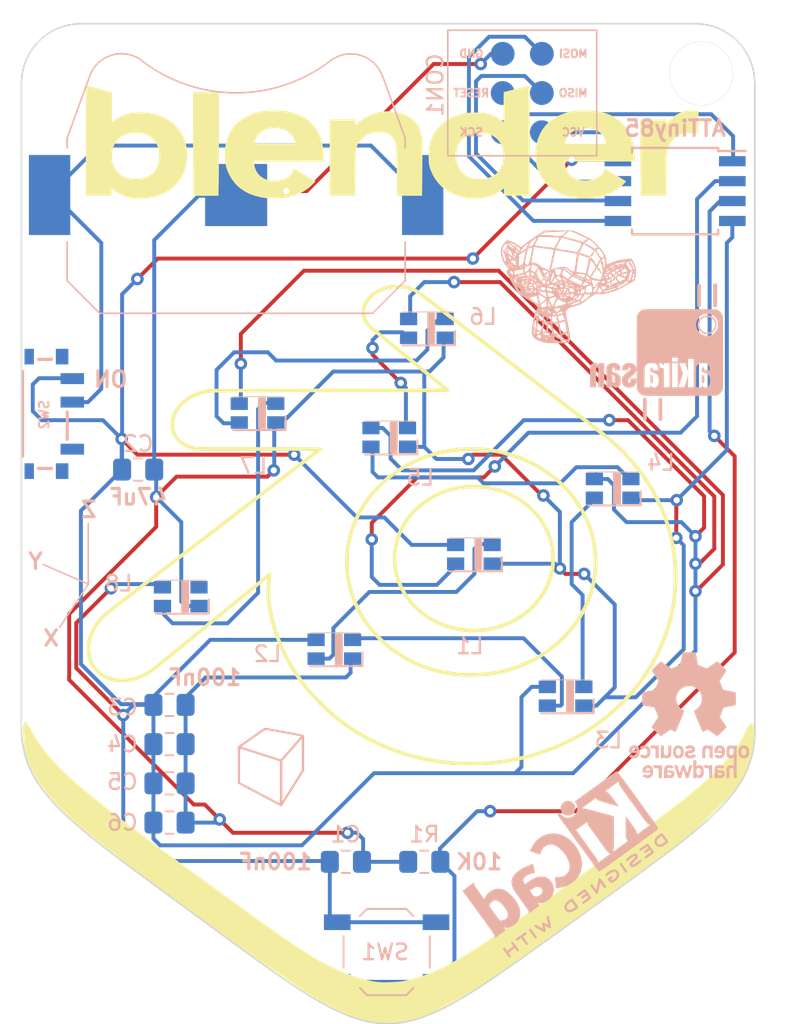
<source format=kicad_pcb>
(kicad_pcb (version 20171130) (host pcbnew 5.1.7-a382d34a8~87~ubuntu20.04.1)
  (layers (0 F.Cu signal) (31 B.Cu signal) (34 B.Paste user) (35 F.Paste user) (36 B.SilkS user) (37 F.SilkS user hide) (38 B.Mask user) (39 F.Mask user) (44 Edge.Cuts user))
  (net 0 "")
  (net 1 GND)
  (net 2 +3V3)
  (net 3 VCC)
  (net 4 PB1)
  (net 5 PB2)
  (net 6 PB0)
  (net 7 RESET)
  (net 8 PB3)
  (net 9 "Net-(L1-Pad1)")
  (net 10 "Net-(L2-Pad1)")
  (net 11 "Net-(L3-Pad1)")
  (net 12 "Net-(L4-Pad1)")
  (net 13 "Net-(L5-Pad1)")
  (net 14 "Net-(L6-Pad1)")
  (net 15 "Net-(L7-Pad1)")
  (net 16 PB4)
  (module blender_badges:xyz (layer B.Cu) (at 94.6 63.9 180)
    (fp_text reference Ref** hide)
    (fp_text value Val** hide)
  )
  (module blender_badges:blender_community_badge (layer F.Cu) (at 114.2 60.2)
    (fp_text reference Ref** hide)
    (fp_text value Val** hide)
    (fp_line (start -19.5871 -31.87156) (end -19.5871 -31.87157) (layer Edge.Cuts) (width 0.1))
    (fp_line (start 19.5734 -31.87156) (end -19.5871 -31.87156) (layer Edge.Cuts) (width 0.1))
    (fp_line (start 19.964 -31.85197) (end 19.5734 -31.87156) (layer Edge.Cuts) (width 0.1))
    (fp_line (start 20.3431 -31.79445) (end 19.964 -31.85197) (layer Edge.Cuts) (width 0.1))
    (fp_line (start 20.7087 -31.70089) (end 20.3431 -31.79445) (layer Edge.Cuts) (width 0.1))
    (fp_line (start 21.0591 -31.57316) (end 20.7087 -31.70089) (layer Edge.Cuts) (width 0.1))
    (fp_line (start 21.3922 -31.41317) (end 21.0591 -31.57316) (layer Edge.Cuts) (width 0.1))
    (fp_line (start 21.7063 -31.22278) (end 21.3922 -31.41317) (layer Edge.Cuts) (width 0.1))
    (fp_line (start 21.9995 -31.0039) (end 21.7063 -31.22278) (layer Edge.Cuts) (width 0.1))
    (fp_line (start 22.2698 -30.75839) (end 21.9995 -31.0039) (layer Edge.Cuts) (width 0.1))
    (fp_line (start 22.5153 -30.48816) (end 22.2698 -30.75839) (layer Edge.Cuts) (width 0.1))
    (fp_line (start 22.7343 -30.19507) (end 22.5153 -30.48816) (layer Edge.Cuts) (width 0.1))
    (fp_line (start 22.9247 -29.88103) (end 22.7343 -30.19507) (layer Edge.Cuts) (width 0.1))
    (fp_line (start 23.0847 -29.54791) (end 22.9247 -29.88103) (layer Edge.Cuts) (width 0.1))
    (fp_line (start 23.2125 -29.1976) (end 23.0847 -29.54791) (layer Edge.Cuts) (width 0.1))
    (fp_line (start 23.3061 -28.83199) (end 23.2125 -29.1976) (layer Edge.Cuts) (width 0.1))
    (fp_line (start 23.3636 -28.45295) (end 23.3061 -28.83199) (layer Edge.Cuts) (width 0.1))
    (fp_line (start 23.3832 -28.06238) (end 23.3636 -28.45295) (layer Edge.Cuts) (width 0.1))
    (fp_line (start 23.3832 -25.47401) (end 23.3832 -28.06238) (layer Edge.Cuts) (width 0.1))
    (fp_line (start 23.3832 10.0421) (end 23.3832 -25.47401) (layer Edge.Cuts) (width 0.1))
    (fp_line (start 23.3956 10.5104) (end 23.3832 10.0421) (layer Edge.Cuts) (width 0.1))
    (fp_line (start 23.3832 10.9604) (end 23.3956 10.5104) (layer Edge.Cuts) (width 0.1))
    (fp_line (start 23.3832 12.6299) (end 23.3832 10.9604) (layer Edge.Cuts) (width 0.1))
    (fp_line (start 23.3962 13.0401) (end 23.3832 12.6299) (layer Edge.Cuts) (width 0.1))
    (fp_line (start 23.3905 13.4362) (end 23.3962 13.0401) (layer Edge.Cuts) (width 0.1))
    (fp_line (start 23.3656 13.8193) (end 23.3905 13.4362) (layer Edge.Cuts) (width 0.1))
    (fp_line (start 23.3211 14.1908) (end 23.3656 13.8193) (layer Edge.Cuts) (width 0.1))
    (fp_line (start 23.2567 14.5519) (end 23.3211 14.1908) (layer Edge.Cuts) (width 0.1))
    (fp_line (start 23.1718 14.9037) (end 23.2567 14.5519) (layer Edge.Cuts) (width 0.1))
    (fp_line (start 23.0661 15.2476) (end 23.1718 14.9037) (layer Edge.Cuts) (width 0.1))
    (fp_line (start 22.9393 15.5848) (end 23.0661 15.2476) (layer Edge.Cuts) (width 0.1))
    (fp_line (start 22.7908 15.9164) (end 22.9393 15.5848) (layer Edge.Cuts) (width 0.1))
    (fp_line (start 22.6203 16.2438) (end 22.7908 15.9164) (layer Edge.Cuts) (width 0.1))
    (fp_line (start 22.4273 16.5681) (end 22.6203 16.2438) (layer Edge.Cuts) (width 0.1))
    (fp_line (start 22.2115 16.8907) (end 22.4273 16.5681) (layer Edge.Cuts) (width 0.1))
    (fp_line (start 21.9725 17.2126) (end 22.2115 16.8907) (layer Edge.Cuts) (width 0.1))
    (fp_line (start 21.7098 17.5353) (end 21.9725 17.2126) (layer Edge.Cuts) (width 0.1))
    (fp_line (start 21.1117 18.1875) (end 21.7098 17.5353) (layer Edge.Cuts) (width 0.1))
    (fp_line (start 20.4141 18.8572) (end 21.1117 18.1875) (layer Edge.Cuts) (width 0.1))
    (fp_line (start 19.6136 19.5543) (end 20.4141 18.8572) (layer Edge.Cuts) (width 0.1))
    (fp_line (start 18.707 20.2885) (end 19.6136 19.5543) (layer Edge.Cuts) (width 0.1))
    (fp_line (start 17.691 21.0699) (end 18.707 20.2885) (layer Edge.Cuts) (width 0.1))
    (fp_line (start 15.3177 22.8135) (end 17.691 21.0699) (layer Edge.Cuts) (width 0.1))
    (fp_line (start 12.4675 24.8639) (end 15.3177 22.8135) (layer Edge.Cuts) (width 0.1))
    (fp_line (start 10.1862 26.5091) (end 12.4675 24.8639) (layer Edge.Cuts) (width 0.1))
    (fp_line (start 8.1899 27.9349) (end 10.1862 26.5091) (layer Edge.Cuts) (width 0.1))
    (fp_line (start 6.4379 29.1411) (end 8.1899 27.9349) (layer Edge.Cuts) (width 0.1))
    (fp_line (start 5.6409 29.6617) (end 6.4379 29.1411) (layer Edge.Cuts) (width 0.1))
    (fp_line (start 4.8897 30.1274) (end 5.6409 29.6617) (layer Edge.Cuts) (width 0.1))
    (fp_line (start 4.1793 30.5382) (end 4.8897 30.1274) (layer Edge.Cuts) (width 0.1))
    (fp_line (start 3.5047 30.8938) (end 4.1793 30.5382) (layer Edge.Cuts) (width 0.1))
    (fp_line (start 2.8607 31.1945) (end 3.5047 30.8938) (layer Edge.Cuts) (width 0.1))
    (fp_line (start 2.2424 31.4401) (end 2.8607 31.1945) (layer Edge.Cuts) (width 0.1))
    (fp_line (start 1.6445 31.6306) (end 2.2424 31.4401) (layer Edge.Cuts) (width 0.1))
    (fp_line (start 1.0621 31.7661) (end 1.6445 31.6306) (layer Edge.Cuts) (width 0.1))
    (fp_line (start 0.4901 31.8463) (end 1.0621 31.7661) (layer Edge.Cuts) (width 0.1))
    (fp_line (start -0.0767 31.8715) (end 0.4901 31.8463) (layer Edge.Cuts) (width 0.1))
    (fp_line (start -0.6431 31.8415) (end -0.0767 31.8715) (layer Edge.Cuts) (width 0.1))
    (fp_line (start -1.2145 31.7563) (end -0.6431 31.8415) (layer Edge.Cuts) (width 0.1))
    (fp_line (start -1.7957 31.6159) (end -1.2145 31.7563) (layer Edge.Cuts) (width 0.1))
    (fp_line (start -2.3919 31.4202) (end -1.7957 31.6159) (layer Edge.Cuts) (width 0.1))
    (fp_line (start -3.0081 31.1694) (end -2.3919 31.4202) (layer Edge.Cuts) (width 0.1))
    (fp_line (start -3.6495 30.8632) (end -3.0081 31.1694) (layer Edge.Cuts) (width 0.1))
    (fp_line (start -4.3211 30.5018) (end -3.6495 30.8632) (layer Edge.Cuts) (width 0.1))
    (fp_line (start -5.0279 30.085) (end -4.3211 30.5018) (layer Edge.Cuts) (width 0.1))
    (fp_line (start -5.7751 29.6129) (end -5.0279 30.085) (layer Edge.Cuts) (width 0.1))
    (fp_line (start -6.5676 29.0854) (end -5.7751 29.6129) (layer Edge.Cuts) (width 0.1))
    (fp_line (start -8.3092 27.8643) (end -6.5676 29.0854) (layer Edge.Cuts) (width 0.1))
    (fp_line (start -10.2933 26.4215) (end -8.3092 27.8643) (layer Edge.Cuts) (width 0.1))
    (fp_line (start -12.5604 24.7568) (end -10.2933 26.4215) (layer Edge.Cuts) (width 0.1))
    (fp_line (start -15.0539 22.9312) (end -12.5604 24.7568) (layer Edge.Cuts) (width 0.1))
    (fp_line (start -17.1853 21.3491) (end -15.0539 22.9312) (layer Edge.Cuts) (width 0.1))
    (fp_line (start -18.1205 20.6331) (end -17.1853 21.3491) (layer Edge.Cuts) (width 0.1))
    (fp_line (start -18.9714 19.9583) (end -18.1205 20.6331) (layer Edge.Cuts) (width 0.1))
    (fp_line (start -19.7403 19.3183) (end -18.9714 19.9583) (layer Edge.Cuts) (width 0.1))
    (fp_line (start -20.4293 18.7065) (end -19.7403 19.3183) (layer Edge.Cuts) (width 0.1))
    (fp_line (start -21.0403 18.1163) (end -20.4293 18.7065) (layer Edge.Cuts) (width 0.1))
    (fp_line (start -21.5757 17.5413) (end -21.0403 18.1163) (layer Edge.Cuts) (width 0.1))
    (fp_line (start -22.0373 16.9749) (end -21.5757 17.5413) (layer Edge.Cuts) (width 0.1))
    (fp_line (start -22.4275 16.4106) (end -22.0373 16.9749) (layer Edge.Cuts) (width 0.1))
    (fp_line (start -22.74822 15.8417) (end -22.4275 16.4106) (layer Edge.Cuts) (width 0.1))
    (fp_line (start -23.00165 15.2619) (end -22.74822 15.8417) (layer Edge.Cuts) (width 0.1))
    (fp_line (start -23.18988 14.6646) (end -23.00165 15.2619) (layer Edge.Cuts) (width 0.1))
    (fp_line (start -23.31503 14.0431) (end -23.18988 14.6646) (layer Edge.Cuts) (width 0.1))
    (fp_line (start -23.33427 13.9361) (end -23.31503 14.0431) (layer Edge.Cuts) (width 0.1))
    (fp_line (start -23.34392 13.8597) (end -23.33427 13.9361) (layer Edge.Cuts) (width 0.1))
    (fp_line (start -23.38219 13.5612) (end -23.34392 13.8597) (layer Edge.Cuts) (width 0.1))
    (fp_line (start -23.39625 13.2559) (end -23.38219 13.5612) (layer Edge.Cuts) (width 0.1))
    (fp_line (start -23.39625 10.6675) (end -23.39625 13.2559) (layer Edge.Cuts) (width 0.1))
    (fp_line (start -23.39625 -25.47402) (end -23.39625 10.6675) (layer Edge.Cuts) (width 0.1))
    (fp_line (start -23.39625 -28.06239) (end -23.39625 -25.47402) (layer Edge.Cuts) (width 0.1))
    (fp_line (start -23.37665 -28.45296) (end -23.39625 -28.06239) (layer Edge.Cuts) (width 0.1))
    (fp_line (start -23.31913 -28.83199) (end -23.37665 -28.45296) (layer Edge.Cuts) (width 0.1))
    (fp_line (start -23.22556 -29.19761) (end -23.31913 -28.83199) (layer Edge.Cuts) (width 0.1))
    (fp_line (start -23.09784 -29.54792) (end -23.22556 -29.19761) (layer Edge.Cuts) (width 0.1))
    (fp_line (start -22.93784 -29.88104) (end -23.09784 -29.54792) (layer Edge.Cuts) (width 0.1))
    (fp_line (start -22.74746 -30.19508) (end -22.93784 -29.88104) (layer Edge.Cuts) (width 0.1))
    (fp_line (start -22.52857 -30.48816) (end -22.74746 -30.19508) (layer Edge.Cuts) (width 0.1))
    (fp_line (start -22.2831 -30.7584) (end -22.52857 -30.48816) (layer Edge.Cuts) (width 0.1))
    (fp_line (start -22.0128 -31.0039) (end -22.2831 -30.7584) (layer Edge.Cuts) (width 0.1))
    (fp_line (start -21.7198 -31.22279) (end -22.0128 -31.0039) (layer Edge.Cuts) (width 0.1))
    (fp_line (start -21.4057 -31.41317) (end -21.7198 -31.22279) (layer Edge.Cuts) (width 0.1))
    (fp_line (start -21.0726 -31.57317) (end -21.4057 -31.41317) (layer Edge.Cuts) (width 0.1))
    (fp_line (start -20.7223 -31.70089) (end -21.0726 -31.57317) (layer Edge.Cuts) (width 0.1))
    (fp_line (start -20.3567 -31.79446) (end -20.7223 -31.70089) (layer Edge.Cuts) (width 0.1))
    (fp_line (start -19.9776 -31.85198) (end -20.3567 -31.79446) (layer Edge.Cuts) (width 0.1))
    (fp_line (start -19.5871 -31.87157) (end -19.9776 -31.85198) (layer Edge.Cuts) (width 0.1))
    (pad 1 thru_hole circle (at 19.966366 -28.698328) (size 4.049867 4.049867) (drill 4.049867) (layers *.Cu *.Mask))
  )
  (module blender_badges:suzannie (layer B.Cu) (at 125.7 45.1 180)
    (fp_text reference Ref** hide)
    (fp_text value Val** hide)
  )
  (module blender_badges:cube (layer B.Cu) (at 106.65 75.2 180)
    (fp_text reference Ref** hide)
    (fp_text value Val** hide)
  )
  (module MisFootprints:akirasan_logo_inv (layer B.Cu) (at 132.2 48.2 180)
    (fp_text reference Ref** hide)
    (fp_text value Val** hide)
  )
  (module Symbol:KiCad-Logo2_5mm_SilkScreen (layer B.Cu) (at 125.25 81.75 216)
    (fp_text reference REF** hide)
    (fp_text value KiCad-Logo2_5mm_SilkScreen hide)
  )
  (module Symbol:OSHW-Logo_7.5x8mm_SilkScreen (layer B.Cu) (at 133.4 72.4 180)
    (fp_text reference REF** hide)
    (fp_text value OSHW-Logo_7.5x8mm_SilkScreen hide)
  )
  (module MisFootprints:ws2812_2020 (layer B.Cu) (at 119.4 62.2)
    (fp_text reference L1 (at 0 5.8) (layer B.SilkS) (effects (justify mirror)))
    (fp_text value ws2812_2020)
    (pad 3 smd rect (at -0.9 0.55) (size 1.1 0.8) (layers B.Cu B.Paste B.Mask) (net 8 PB3))
    (pad 2 smd rect (at 1.43 0.55) (size 1.1 0.8) (layers B.Cu B.Paste B.Mask) (net 1 GND))
    (pad 1 smd rect (at 1.43 -0.65) (size 1.1 0.8) (layers B.Cu B.Paste B.Mask) (net 9 "Net-(L1-Pad1)"))
    (pad 4 smd rect (at -0.9 -0.65) (size 1.1 0.8) (layers B.Cu B.Paste B.Mask) (net 3 VCC))
  )
  (module MisFootprints:ws2812_2020 (layer B.Cu) (at 110.5 68.25)
    (fp_text reference L2 (at -4 0.25) (layer B.SilkS) (effects (justify mirror)))
    (fp_text value ws2812_2020)
    (pad 3 smd rect (at -0.9 0.55) (size 1.1 0.8) (layers B.Cu B.Paste B.Mask) (net 9 "Net-(L1-Pad1)"))
    (pad 2 smd rect (at 1.43 0.55) (size 1.1 0.8) (layers B.Cu B.Paste B.Mask) (net 1 GND))
    (pad 1 smd rect (at 1.43 -0.65) (size 1.1 0.8) (layers B.Cu B.Paste B.Mask) (net 10 "Net-(L2-Pad1)"))
    (pad 4 smd rect (at -0.9 -0.65) (size 1.1 0.8) (layers B.Cu B.Paste B.Mask) (net 3 VCC))
  )
  (module MisFootprints:ws2812_2020 (layer B.Cu) (at 125.25 71.25)
    (fp_text reference L3 (at 3 2.75) (layer B.SilkS) (effects (justify mirror)))
    (fp_text value ws2812_2020)
    (pad 3 smd rect (at -0.9 0.55) (size 1.1 0.8) (layers B.Cu B.Paste B.Mask) (net 10 "Net-(L2-Pad1)"))
    (pad 2 smd rect (at 1.43 0.55) (size 1.1 0.8) (layers B.Cu B.Paste B.Mask) (net 1 GND))
    (pad 1 smd rect (at 1.43 -0.65) (size 1.1 0.8) (layers B.Cu B.Paste B.Mask) (net 11 "Net-(L3-Pad1)"))
    (pad 4 smd rect (at -0.9 -0.65) (size 1.1 0.8) (layers B.Cu B.Paste B.Mask) (net 3 VCC))
  )
  (module MisFootprints:ws2812_2020 (layer B.Cu) (at 128.25 58)
    (fp_text reference L4 (at 3.35 -1.7) (layer B.SilkS) (effects (justify mirror)))
    (fp_text value ws2812_2020)
    (pad 3 smd rect (at -0.9 0.55) (size 1.1 0.8) (layers B.Cu B.Paste B.Mask) (net 11 "Net-(L3-Pad1)"))
    (pad 2 smd rect (at 1.43 0.55) (size 1.1 0.8) (layers B.Cu B.Paste B.Mask) (net 1 GND))
    (pad 1 smd rect (at 1.43 -0.65) (size 1.1 0.8) (layers B.Cu B.Paste B.Mask) (net 12 "Net-(L4-Pad1)"))
    (pad 4 smd rect (at -0.9 -0.65) (size 1.1 0.8) (layers B.Cu B.Paste B.Mask) (net 3 VCC))
  )
  (module MisFootprints:ws2812_2020 (layer B.Cu) (at 114 54.75)
    (fp_text reference L5 (at 2.25 2.5) (layer B.SilkS) (effects (justify mirror)))
    (fp_text value ws2812_2020)
    (pad 3 smd rect (at -0.9 0.55) (size 1.1 0.8) (layers B.Cu B.Paste B.Mask) (net 12 "Net-(L4-Pad1)"))
    (pad 2 smd rect (at 1.43 0.55) (size 1.1 0.8) (layers B.Cu B.Paste B.Mask) (net 1 GND))
    (pad 1 smd rect (at 1.43 -0.65) (size 1.1 0.8) (layers B.Cu B.Paste B.Mask) (net 13 "Net-(L5-Pad1)"))
    (pad 4 smd rect (at -0.9 -0.65) (size 1.1 0.8) (layers B.Cu B.Paste B.Mask) (net 3 VCC))
  )
  (module MisFootprints:ws2812_2020 (layer B.Cu) (at 116.4 47.8)
    (fp_text reference L6 (at 3.85 -0.8) (layer B.SilkS) (effects (justify mirror)))
    (fp_text value ws2812_2020)
    (pad 3 smd rect (at -0.9 0.55) (size 1.1 0.8) (layers B.Cu B.Paste B.Mask) (net 13 "Net-(L5-Pad1)"))
    (pad 2 smd rect (at 1.43 0.55) (size 1.1 0.8) (layers B.Cu B.Paste B.Mask) (net 1 GND))
    (pad 1 smd rect (at 1.43 -0.65) (size 1.1 0.8) (layers B.Cu B.Paste B.Mask) (net 14 "Net-(L6-Pad1)"))
    (pad 4 smd rect (at -0.9 -0.65) (size 1.1 0.8) (layers B.Cu B.Paste B.Mask) (net 3 VCC))
  )
  (module MisFootprints:ws2812_2020 (layer B.Cu) (at 105.6 53.2)
    (fp_text reference L7 (at 0 3.3) (layer B.SilkS) (effects (justify mirror)))
    (fp_text value ws2812_2020)
    (pad 3 smd rect (at -0.9 0.55) (size 1.1 0.8) (layers B.Cu B.Paste B.Mask) (net 14 "Net-(L6-Pad1)"))
    (pad 2 smd rect (at 1.43 0.55) (size 1.1 0.8) (layers B.Cu B.Paste B.Mask) (net 1 GND))
    (pad 1 smd rect (at 1.43 -0.65) (size 1.1 0.8) (layers B.Cu B.Paste B.Mask) (net 15 "Net-(L7-Pad1)"))
    (pad 4 smd rect (at -0.9 -0.65) (size 1.1 0.8) (layers B.Cu B.Paste B.Mask) (net 3 VCC))
  )
  (module MisFootprints:ws2812_2020 (layer B.Cu) (at 100.7 64.9)
    (fp_text reference L8 (at -3.7 -0.9) (layer B.SilkS) (effects (justify mirror)))
    (fp_text value ws2812_2020)
    (pad 3 smd rect (at -0.9 0.55) (size 1.1 0.8) (layers B.Cu B.Paste B.Mask) (net 15 "Net-(L7-Pad1)"))
    (pad 2 smd rect (at 1.43 0.55) (size 1.1 0.8) (layers B.Cu B.Paste B.Mask) (net 1 GND))
    (pad 1 smd rect (at 1.43 -0.65) (size 1.1 0.8) (layers B.Cu B.Paste B.Mask))
    (pad 4 smd rect (at -0.9 -0.65) (size 1.1 0.8) (layers B.Cu B.Paste B.Mask) (net 3 VCC))
  )
  (module Resistor_SMD:R_0805_2012Metric_Pad1.15x1.40mm_HandSolder (layer B.Cu) (at 116.5 81.75)
    (fp_text reference R1 (at 0 -1.75) (layer B.SilkS) (effects (justify mirror)))
    (fp_text value 10k)
    (pad 2 smd roundrect (at 1.025 0) (size 1.15 1.4) (layers B.Cu B.Paste B.Mask) (roundrect_rratio 0.2173904347826087) (net 16 PB4))
    (pad 1 smd roundrect (at -1.025 0) (size 1.15 1.4) (layers B.Cu B.Paste B.Mask) (roundrect_rratio 0.2173904347826087) (net 1 GND))
  )
  (module Package_SO:SOIJ-8_5.3x5.3mm_P1.27mm (layer B.Cu) (at 132.5 39 180)
    (fp_text reference U1 hide)
    (fp_text value ATTINY85-20PU)
    (pad 1 smd rect (at -3.65 1.905 180) (size 1.7 0.65) (layers B.Cu B.Paste B.Mask) (net 7 RESET))
    (pad 2 smd rect (at -3.65 0.635 180) (size 1.7 0.65) (layers B.Cu B.Paste B.Mask) (net 8 PB3))
    (pad 3 smd rect (at -3.65 -0.635 180) (size 1.7 0.65) (layers B.Cu B.Paste B.Mask) (net 16 PB4))
    (pad 4 smd rect (at -3.65 -1.905 180) (size 1.7 0.65) (layers B.Cu B.Paste B.Mask) (net 1 GND))
    (pad 5 smd rect (at 3.65 -1.905 180) (size 1.7 0.65) (layers B.Cu B.Paste B.Mask) (net 6 PB0))
    (pad 6 smd rect (at 3.65 -0.635 180) (size 1.7 0.65) (layers B.Cu B.Paste B.Mask) (net 4 PB1))
    (pad 7 smd rect (at 3.65 0.635 180) (size 1.7 0.65) (layers B.Cu B.Paste B.Mask) (net 5 PB2))
    (pad 8 smd rect (at 3.65 1.905 180) (size 1.7 0.65) (layers B.Cu B.Paste B.Mask) (net 3 VCC))
  )
  (module Battery:BatteryHolder_Keystone_3034_1x20mm_MODIFICADA (layer B.Cu) (at 104.5 39.25)
    (fp_text reference BT1 hide)
    (fp_text value Battery_Cell)
    (pad 2 smd rect (at 0 0) (size 3.96 3.96) (layers B.Cu B.Paste B.Mask) (net 1 GND))
    (pad 1 smd rect (at 11.9 0) (size 2.64 5.1) (layers B.Cu B.Paste B.Mask) (net 2 +3V3))
    (pad 1 smd rect (at -11.9 0) (size 2.64 5.1) (layers B.Cu B.Paste B.Mask) (net 2 +3V3))
  )
  (module Capacitor_SMD:C_0805_2012Metric_Pad1.15x1.40mm_HandSolder (layer B.Cu) (at 111.5 81.75)
    (fp_text reference C1 (at 0 -1.75) (layer B.SilkS) (effects (justify mirror)))
    (fp_text value 100nF)
    (pad 2 smd roundrect (at 1.025 0) (size 1.15 1.4) (layers B.Cu B.Paste B.Mask) (roundrect_rratio 0.2173904347826087) (net 1 GND))
    (pad 1 smd roundrect (at -1.025 0) (size 1.15 1.4) (layers B.Cu B.Paste B.Mask) (roundrect_rratio 0.2173904347826087) (net 3 VCC))
  )
  (module Capacitor_SMD:C_0805_2012Metric_Pad1.15x1.40mm_HandSolder (layer B.Cu) (at 98.25 56.75 180)
    (fp_text reference C2 (at 0 1.65) (layer B.SilkS) (effects (justify mirror)))
    (fp_text value 47uF)
    (pad 1 smd roundrect (at -1.025 0 180) (size 1.15 1.4) (layers B.Cu B.Paste B.Mask) (roundrect_rratio 0.2173904347826087) (net 1 GND))
    (pad 2 smd roundrect (at 1.025 0 180) (size 1.15 1.4) (layers B.Cu B.Paste B.Mask) (roundrect_rratio 0.2173904347826087) (net 3 VCC))
  )
  (module Capacitor_SMD:C_0805_2012Metric_Pad1.15x1.40mm_HandSolder (layer B.Cu) (at 100.25 71.75 180)
    (fp_text reference C3 (at 3 -0.15) (layer B.SilkS) (effects (justify mirror)))
    (fp_text value 100nF)
    (pad 1 smd roundrect (at -1.025 0 180) (size 1.15 1.4) (layers B.Cu B.Paste B.Mask) (roundrect_rratio 0.2173904347826087) (net 1 GND))
    (pad 2 smd roundrect (at 1.025 0 180) (size 1.15 1.4) (layers B.Cu B.Paste B.Mask) (roundrect_rratio 0.2173904347826087) (net 3 VCC))
  )
  (module Capacitor_SMD:C_0805_2012Metric_Pad1.15x1.40mm_HandSolder (layer B.Cu) (at 100.25 74.25 180)
    (fp_text reference C4 (at 3 0) (layer B.SilkS) (effects (justify mirror)))
    (fp_text value 100nF)
    (pad 2 smd roundrect (at 1.025 0 180) (size 1.15 1.4) (layers B.Cu B.Paste B.Mask) (roundrect_rratio 0.2173904347826087) (net 3 VCC))
    (pad 1 smd roundrect (at -1.025 0 180) (size 1.15 1.4) (layers B.Cu B.Paste B.Mask) (roundrect_rratio 0.2173904347826087) (net 1 GND))
  )
  (module Capacitor_SMD:C_0805_2012Metric_Pad1.15x1.40mm_HandSolder (layer B.Cu) (at 100.25 76.75 180)
    (fp_text reference C5 (at 3 0.1) (layer B.SilkS) (effects (justify mirror)))
    (fp_text value 100nF)
    (pad 1 smd roundrect (at -1.025 0 180) (size 1.15 1.4) (layers B.Cu B.Paste B.Mask) (roundrect_rratio 0.2173904347826087) (net 1 GND))
    (pad 2 smd roundrect (at 1.025 0 180) (size 1.15 1.4) (layers B.Cu B.Paste B.Mask) (roundrect_rratio 0.2173904347826087) (net 3 VCC))
  )
  (module Capacitor_SMD:C_0805_2012Metric_Pad1.15x1.40mm_HandSolder (layer B.Cu) (at 100.25 79.25 180)
    (fp_text reference C6 (at 3 0) (layer B.SilkS) (effects (justify mirror)))
    (fp_text value 100nF)
    (pad 2 smd roundrect (at 1.025 0 180) (size 1.15 1.4) (layers B.Cu B.Paste B.Mask) (roundrect_rratio 0.2173904347826087) (net 3 VCC))
    (pad 1 smd roundrect (at -1.025 0 180) (size 1.15 1.4) (layers B.Cu B.Paste B.Mask) (roundrect_rratio 0.2173904347826087) (net 1 GND))
  )
  (module MisFootprints:ISP_TestPoints (layer B.Cu) (at 129 32.75 90)
    (fp_text reference CON1 (at 0.5 -11.8 90) (layer B.SilkS) (effects (justify mirror)))
    (fp_text value Programador_ISP)
    (fp_text user MISO (at 0 -3 180) (layer B.SilkS) (effects (font (size 0.5 0.5) (thickness 0.125)) (justify mirror)))
    (fp_text user MOSI (at 2.5 -3 180) (layer B.SilkS) (effects (font (size 0.5 0.5) (thickness 0.125)) (justify mirror)))
    (fp_text user VCC (at -2.5 -3 180) (layer B.SilkS) (effects (font (size 0.5 0.5) (thickness 0.125)) (justify mirror)))
    (fp_text user GND (at 2.5 -9.5 180) (layer B.SilkS) (effects (font (size 0.5 0.5) (thickness 0.125)) (justify mirror)))
    (fp_text user RESET (at 0 -9.5 180) (layer B.SilkS) (effects (font (size 0.5 0.5) (thickness 0.125)) (justify mirror)))
    (fp_text user SCK (at -2.5 -9.5 180) (layer B.SilkS) (effects (font (size 0.5 0.5) (thickness 0.125)) (justify mirror)))
    (pad 1 smd circle (at 0 -5 90) (size 1.524 1.524) (layers B.Cu B.Paste B.Mask) (net 4 PB1) (clearance 0.1))
    (pad 2 smd circle (at -2.5 -5 90) (size 1.524 1.524) (layers B.Cu B.Paste B.Mask) (net 3 VCC) (clearance 0.1))
    (pad 3 smd circle (at -2.5 -7.5 90) (size 1.524 1.524) (layers B.Cu B.Paste B.Mask) (net 5 PB2) (clearance 0.1))
    (pad 4 smd circle (at 2.5 -5 90) (size 1.524 1.524) (layers B.Cu B.Paste B.Mask) (net 6 PB0) (clearance 0.1))
    (pad 5 smd circle (at 0 -7.5 90) (size 1.524 1.524) (layers B.Cu B.Paste B.Mask) (net 7 RESET) (clearance 0.1))
    (pad 6 smd circle (at 2.5 -7.5 90) (size 1.524 1.524) (layers B.Cu B.Paste B.Mask) (net 1 GND) (clearance 0.1))
  )
  (module Button_Switch_SMD:SW_SPST_TL3342 (layer B.Cu) (at 114.1 87.5 180)
    (fp_text reference SW1 (at 0.1 0) (layer B.SilkS) (effects (justify mirror)))
    (fp_text value SW_Push)
    (pad 1 smd rect (at -3.15 1.9 180) (size 1.7 1) (layers B.Cu B.Paste B.Mask) (net 3 VCC))
    (pad 1 smd rect (at 3.15 1.9 180) (size 1.7 1) (layers B.Cu B.Paste B.Mask) (net 3 VCC))
    (pad 2 smd rect (at -3.15 -1.9 180) (size 1.7 1) (layers B.Cu B.Paste B.Mask) (net 16 PB4))
    (pad 2 smd rect (at 3.15 -1.9 180) (size 1.7 1) (layers B.Cu B.Paste B.Mask) (net 16 PB4))
  )
  (module Switches:SWITCH_SPST_SMD_A (layer B.Cu) (at 92.3 53.2 270)
    (fp_text reference SW2 (at 0.05 0.05 90) (layer B.SilkS) (effects (font (size 0.6096 0.6096) (thickness 0.127)) (justify mirror)))
    (fp_text value SW_SPST hide)
    (pad 1 smd rect (at -2.2479 -1.74752 90) (size 0.6985 1.4986) (layers B.Cu B.Paste B.Mask) (net 3 VCC))
    (pad 2 smd rect (at -0.7493 -1.74752 90) (size 0.6985 1.4986) (layers B.Cu B.Paste B.Mask) (net 2 +3V3))
    (pad 3 smd rect (at 2.2479 -1.74752 90) (size 0.6985 1.4986) (layers B.Cu B.Paste B.Mask))
    (pad GND1 smd rect (at -3.64998 0.99822 270) (size 0.99822 0.59944) (layers B.Cu B.Paste B.Mask))
    (pad GND2 smd rect (at -3.64998 -1.09982 270) (size 0.99822 0.79756) (layers B.Cu B.Paste B.Mask))
    (pad GND3 smd rect (at 3.64998 0.99822 270) (size 0.99822 0.59944) (layers B.Cu B.Paste B.Mask))
    (pad GND4 smd rect (at 3.64998 -1.09982 270) (size 0.99822 0.79756) (layers B.Cu B.Paste B.Mask))
    (pad "" np_thru_hole circle (at -1.4986 0 270) (size 0.89916 0.89916) (drill 0.89916) (layers *.Cu *.Mask))
    (pad "" np_thru_hole circle (at 1.4986 0 270) (size 0.89916 0.89916) (drill 0.89916) (layers *.Cu *.Mask))
  )
  (gr_text X (at 92.7 67.5) (layer B.SilkS) (effects (font (size 1 1) (thickness 0.2)) (justify mirror)))
  (gr_text Y (at 91.7 62.6) (layer B.SilkS) (effects (font (size 1 1) (thickness 0.2)) (justify mirror)))
  (gr_text Z (at 95.1 59.3) (layer B.SilkS) (effects (font (size 1 1) (thickness 0.2)) (justify mirror)))
  (gr_text ATTiny85 (at 132.5 35) (layer B.SilkS) (effects (font (size 1 1) (thickness 0.2)) (justify mirror)))
  (gr_text ON (at 96.5 51) (layer B.SilkS) (effects (font (size 1 1) (thickness 0.2)) (justify mirror)))
  (gr_text 47uF (at 98.25 58.5) (layer B.SilkS) (effects (font (size 1 1) (thickness 0.2)) (justify mirror)))
  (gr_text 10K (at 120 81.75) (layer B.SilkS) (effects (font (size 1 1) (thickness 0.2)) (justify mirror)))
  (gr_text 100nF (at 107 81.75) (layer B.SilkS) (effects (font (size 1 1) (thickness 0.2)) (justify mirror)))
  (gr_text 100nF (at 102.5 70) (layer B.SilkS) (effects (font (size 1 1) (thickness 0.2)) (justify mirror)))
  (segment (start 112.525 81.75) (end 115.55 81.75) (width 0.25) (layer B.Cu) (net 1))
  (segment (start 115.55 81.75) (end 115.6 81.7) (width 0.25) (layer B.Cu) (net 1))
  (segment (start 101.275 79.25) (end 101.275 71.725) (width 0.25) (layer B.Cu) (net 1))
  (segment (start 101.275 71.725) (end 101.3 71.7) (width 0.25) (layer B.Cu) (net 1))
  (segment (start 129.58 58.55) (end 129.73 58.7) (width 0.25) (layer B.Cu) (net 1))
  (via (at 99.4 58.5) (size 0.8) (drill 0.4) (layers F.Cu B.Cu) (net 1))
  (segment (start 99.4 58.5) (end 99.4 56.7) (width 0.25) (layer B.Cu) (net 1))
  (via (at 111.6 79.9) (size 0.8) (drill 0.4) (layers F.Cu B.Cu) (net 1))
  (segment (start 104.3 79.9) (end 111.6 79.9) (width 0.25) (layer F.Cu) (net 1))
  (segment (start 111.6 79.9) (end 112.2 79.9) (width 0.25) (layer B.Cu) (net 1))
  (segment (start 112.2 79.9) (end 112.6 80.3) (width 0.25) (layer B.Cu) (net 1))
  (segment (start 112.6 80.3) (end 112.6 81.8) (width 0.25) (layer B.Cu) (net 1))
  (segment (start 120.75 30.25) (end 120.1 30.9) (width 0.25) (layer B.Cu) (net 1))
  (via (at 120.1 30.9) (size 0.8) (drill 0.4) (layers F.Cu B.Cu) (net 1))
  (segment (start 121.5 30.25) (end 120.75 30.25) (width 0.25) (layer B.Cu) (net 1))
  (via (at 107.7 39) (size 0.8) (drill 0.4) (layers F.Cu B.Cu) (net 1))
  (segment (start 107.7 39) (end 104.1 39) (width 0.25) (layer B.Cu) (net 1))
  (segment (start 104.1 39) (end 104.1 39.1) (width 0.25) (layer B.Cu) (net 1))
  (segment (start 109 39) (end 107.7 39) (width 0.25) (layer F.Cu) (net 1))
  (segment (start 117.1 30.9) (end 109 39) (width 0.25) (layer F.Cu) (net 1))
  (segment (start 120.1 30.9) (end 117.1 30.9) (width 0.25) (layer F.Cu) (net 1))
  (segment (start 99.275 42.125) (end 102.1 39.3) (width 0.25) (layer B.Cu) (net 1))
  (segment (start 102.1 39.3) (end 104.4 39.3) (width 0.25) (layer B.Cu) (net 1))
  (segment (start 99.275 56.75) (end 99.275 42.125) (width 0.25) (layer B.Cu) (net 1))
  (via (at 106.9 56.8) (size 0.8) (drill 0.4) (layers F.Cu B.Cu) (net 1))
  (segment (start 106.93 53.75) (end 106.93 56.77) (width 0.25) (layer B.Cu) (net 1))
  (segment (start 106.93 56.77) (end 106.9 56.8) (width 0.25) (layer B.Cu) (net 1))
  (segment (start 116.83641 50.5) (end 114.6 50.5) (width 0.25) (layer B.Cu) (net 1))
  (segment (start 117.73 48.35) (end 117.73 49.60641) (width 0.25) (layer B.Cu) (net 1))
  (segment (start 117.73 49.60641) (end 116.83641 50.5) (width 0.25) (layer B.Cu) (net 1))
  (segment (start 107.7 53.5) (end 110.7 50.5) (width 0.25) (layer B.Cu) (net 1))
  (segment (start 107.18 53.5) (end 107.7 53.5) (width 0.25) (layer B.Cu) (net 1))
  (segment (start 110.7 50.5) (end 114.7 50.5) (width 0.25) (layer B.Cu) (net 1))
  (segment (start 106.93 53.75) (end 107.18 53.5) (width 0.25) (layer B.Cu) (net 1))
  (via (at 132.574847 61.100153) (size 0.8) (drill 0.4) (layers F.Cu B.Cu) (net 1))
  (segment (start 126.68 71.8) (end 127.48 71.8) (width 0.25) (layer B.Cu) (net 1))
  (via (at 132.6 58.7) (size 0.8) (drill 0.4) (layers F.Cu B.Cu) (net 1))
  (segment (start 132.574847 58.725153) (end 132.6 58.7) (width 0.25) (layer F.Cu) (net 1))
  (segment (start 132.574847 61.100153) (end 132.574847 58.725153) (width 0.25) (layer F.Cu) (net 1))
  (segment (start 129.73 58.7) (end 132.6 58.7) (width 0.25) (layer B.Cu) (net 1))
  (segment (start 127.48 71.8) (end 128.015 71.265) (width 0.25) (layer B.Cu) (net 1))
  (via (at 126.7 63.4) (size 0.8) (drill 0.4) (layers F.Cu B.Cu) (net 1))
  (segment (start 125.5 63.4) (end 125.15 63.05) (width 0.25) (layer F.Cu) (net 1))
  (segment (start 126.7 63.4) (end 125.5 63.4) (width 0.25) (layer F.Cu) (net 1))
  (via (at 125.15 63.05) (size 0.8) (drill 0.4) (layers F.Cu B.Cu) (net 1))
  (segment (start 124.85 62.75) (end 125.15 63.05) (width 0.25) (layer B.Cu) (net 1))
  (segment (start 124.85 62.75) (end 120.8 62.75) (width 0.25) (layer B.Cu) (net 1))
  (via (at 124.1 58.4) (size 0.8) (drill 0.4) (layers F.Cu B.Cu) (net 1))
  (segment (start 125.15 59.45) (end 124.1 58.4) (width 0.25) (layer B.Cu) (net 1))
  (segment (start 125.15 63.05) (end 125.15 59.45) (width 0.25) (layer B.Cu) (net 1))
  (segment (start 115.3 55.3) (end 116.5 55.3) (width 0.25) (layer B.Cu) (net 1))
  (segment (start 116.5 50.5) (end 116.5 55.3) (width 0.25) (layer B.Cu) (net 1))
  (via (at 119.310247 56.074979) (size 0.8) (drill 0.4) (layers F.Cu B.Cu) (net 1))
  (segment (start 116.5 55.3) (end 117.274979 56.074979) (width 0.25) (layer B.Cu) (net 1))
  (segment (start 117.274979 56.074979) (end 119.310247 56.074979) (width 0.25) (layer B.Cu) (net 1))
  (segment (start 101 60.1) (end 99.4 58.5) (width 0.25) (layer B.Cu) (net 1))
  (segment (start 101 65.17) (end 101 60.1) (width 0.25) (layer B.Cu) (net 1))
  (segment (start 101.28 65.45) (end 101 65.17) (width 0.25) (layer B.Cu) (net 1))
  (segment (start 102.03 65.45) (end 101.28 65.45) (width 0.25) (layer B.Cu) (net 1))
  (segment (start 111.8 69.7) (end 111.8 68.8) (width 0.25) (layer B.Cu) (net 1))
  (segment (start 111.5 70) (end 111.8 69.7) (width 0.25) (layer B.Cu) (net 1))
  (segment (start 102.55 70) (end 111.5 70) (width 0.25) (layer B.Cu) (net 1))
  (segment (start 101.275 71.275) (end 102.55 70) (width 0.25) (layer B.Cu) (net 1))
  (segment (start 101.275 71.75) (end 101.275 71.275) (width 0.25) (layer B.Cu) (net 1))
  (segment (start 103.45 79.05) (end 104.3 79.9) (width 0.25) (layer F.Cu) (net 1))
  (via (at 103.45 79.05) (size 0.8) (drill 0.4) (layers F.Cu B.Cu) (net 1))
  (segment (start 103.25 79.25) (end 103.45 79.05) (width 0.25) (layer B.Cu) (net 1))
  (segment (start 101.275 79.25) (end 103.25 79.25) (width 0.25) (layer B.Cu) (net 1))
  (segment (start 128.65 65.35) (end 126.7 63.4) (width 0.25) (layer B.Cu) (net 1))
  (segment (start 128.65 70.63) (end 128.65 65.35) (width 0.25) (layer B.Cu) (net 1))
  (segment (start 128.015 71.265) (end 128.65 70.63) (width 0.25) (layer B.Cu) (net 1))
  (segment (start 133.05 61.575306) (end 132.574847 61.100153) (width 0.25) (layer B.Cu) (net 1))
  (segment (start 133.05 68.2) (end 133.05 61.575306) (width 0.25) (layer B.Cu) (net 1))
  (segment (start 129.985 71.265) (end 133.05 68.2) (width 0.25) (layer B.Cu) (net 1))
  (segment (start 128.015 71.265) (end 129.985 71.265) (width 0.25) (layer B.Cu) (net 1))
  (segment (start 135.8 42.3) (end 136.15 41.95) (width 0.25) (layer B.Cu) (net 1))
  (segment (start 136.15 41.95) (end 136.15 40.905) (width 0.25) (layer B.Cu) (net 1))
  (segment (start 135.8 55.5) (end 135.8 42.3) (width 0.25) (layer B.Cu) (net 1))
  (segment (start 132.6 58.7) (end 135.8 55.5) (width 0.25) (layer B.Cu) (net 1))
  (segment (start 119.585226 55.8) (end 119.310247 56.074979) (width 0.25) (layer F.Cu) (net 1))
  (segment (start 121.4 55.8) (end 119.585226 55.8) (width 0.25) (layer F.Cu) (net 1))
  (segment (start 124 58.4) (end 121.4 55.8) (width 0.25) (layer F.Cu) (net 1))
  (segment (start 124.1 58.4) (end 124 58.4) (width 0.25) (layer F.Cu) (net 1))
  (segment (start 99.4 60.4) (end 99.4 58.5) (width 0.25) (layer F.Cu) (net 1))
  (segment (start 93.849991 65.950009) (end 99.4 60.4) (width 0.25) (layer F.Cu) (net 1))
  (segment (start 101.8 78.1) (end 93.849991 70.149991) (width 0.25) (layer F.Cu) (net 1))
  (segment (start 102.5 78.1) (end 101.8 78.1) (width 0.25) (layer F.Cu) (net 1))
  (segment (start 93.849991 70.149991) (end 93.849991 65.950009) (width 0.25) (layer F.Cu) (net 1))
  (segment (start 103.45 79.05) (end 102.5 78.1) (width 0.25) (layer F.Cu) (net 1))
  (segment (start 106.5 57.2) (end 106.9 56.8) (width 0.25) (layer F.Cu) (net 1))
  (segment (start 100.7 57.2) (end 106.5 57.2) (width 0.25) (layer F.Cu) (net 1))
  (segment (start 99.4 58.5) (end 100.7 57.2) (width 0.25) (layer F.Cu) (net 1))
  (segment (start 92.6 39.25) (end 95.75 36.1) (width 0.25) (layer B.Cu) (net 2))
  (segment (start 95.75 36.1) (end 113.1 36.1) (width 0.25) (layer B.Cu) (net 2))
  (segment (start 113.1 36.1) (end 116.2 39.2) (width 0.25) (layer B.Cu) (net 2))
  (segment (start 95.9 42.3) (end 93.1 39.5) (width 0.25) (layer B.Cu) (net 2))
  (segment (start 95.9 51.59752) (end 95.9 42.3) (width 0.25) (layer B.Cu) (net 2))
  (segment (start 95.04682 52.4507) (end 95.9 51.59752) (width 0.25) (layer B.Cu) (net 2))
  (segment (start 94.04752 52.4507) (end 95.04682 52.4507) (width 0.25) (layer B.Cu) (net 2))
  (segment (start 110.475 81.75) (end 110.475 85.275) (width 0.25) (layer B.Cu) (net 3))
  (segment (start 110.475 85.275) (end 110.9 85.7) (width 0.25) (layer B.Cu) (net 3))
  (segment (start 110.95 85.6) (end 117.4 85.6) (width 0.25) (layer B.Cu) (net 3))
  (segment (start 91.525419 51.3296) (end 91.525419 53.025419) (width 0.25) (layer B.Cu) (net 3))
  (segment (start 91.9282 50.926819) (end 91.525419 51.3296) (width 0.25) (layer B.Cu) (net 3))
  (segment (start 94.022239 50.926819) (end 91.9282 50.926819) (width 0.25) (layer B.Cu) (net 3))
  (segment (start 94.04752 50.9521) (end 94.022239 50.926819) (width 0.25) (layer B.Cu) (net 3))
  (segment (start 91.525419 53.025419) (end 92.1 53.6) (width 0.25) (layer B.Cu) (net 3))
  (segment (start 92.1 53.6) (end 96 53.6) (width 0.25) (layer B.Cu) (net 3))
  (segment (start 96 53.6) (end 97.2 54.8) (width 0.25) (layer B.Cu) (net 3))
  (segment (start 97.2 54.8) (end 97.2 56.8) (width 0.25) (layer B.Cu) (net 3))
  (segment (start 124 35.25) (end 128.05 35.25) (width 0.25) (layer B.Cu) (net 3))
  (segment (start 128.05 35.25) (end 128.7 35.9) (width 0.25) (layer B.Cu) (net 3))
  (segment (start 128.7 35.9) (end 128.7 37.1) (width 0.25) (layer B.Cu) (net 3))
  (segment (start 109.4 81.7) (end 110.5 81.7) (width 0.25) (layer B.Cu) (net 3))
  (segment (start 98.6 81.7) (end 109.4 81.7) (width 0.25) (layer B.Cu) (net 3))
  (segment (start 97.3 80.4) (end 98.6 81.7) (width 0.25) (layer B.Cu) (net 3))
  (segment (start 97.3 72.4) (end 97.3 80.4) (width 0.25) (layer B.Cu) (net 3))
  (segment (start 97.95 71.75) (end 97.3 72.4) (width 0.25) (layer B.Cu) (net 3))
  (segment (start 99.225 71.75) (end 97.95 71.75) (width 0.25) (layer B.Cu) (net 3))
  (via (at 125.9 37) (size 0.8) (drill 0.4) (layers F.Cu B.Cu) (net 3))
  (segment (start 119.6 43.3) (end 119.6 43.3) (width 0.25) (layer F.Cu) (net 3))
  (segment (start 125.9 37) (end 128.7 37) (width 0.25) (layer B.Cu) (net 3))
  (segment (start 119.6 43.3) (end 125.9 37) (width 0.25) (layer F.Cu) (net 3))
  (via (at 119.6 43.3) (size 0.8) (drill 0.4) (layers F.Cu B.Cu) (net 3))
  (via (at 98.2 44.6) (size 0.8) (drill 0.4) (layers F.Cu B.Cu) (net 3))
  (segment (start 119.6 43.3) (end 99.5 43.3) (width 0.25) (layer F.Cu) (net 3))
  (segment (start 99.5 43.3) (end 98.2 44.6) (width 0.25) (layer F.Cu) (net 3))
  (segment (start 97.225 56.75) (end 97.225 45.575) (width 0.25) (layer B.Cu) (net 3))
  (segment (start 97.225 45.575) (end 98.2 44.6) (width 0.25) (layer B.Cu) (net 3))
  (via (at 108.2 55.8) (size 0.8) (drill 0.4) (layers F.Cu B.Cu) (net 3))
  (via (at 97.2 54.8) (size 0.8) (drill 0.4) (layers F.Cu B.Cu) (net 3))
  (segment (start 98.2 55.8) (end 97.2 54.8) (width 0.25) (layer F.Cu) (net 3))
  (segment (start 108.2 55.8) (end 98.2 55.8) (width 0.25) (layer F.Cu) (net 3))
  (segment (start 115.7 61.55) (end 118.6 61.55) (width 0.25) (layer B.Cu) (net 3))
  (segment (start 113.95 59.8) (end 115.7 61.55) (width 0.25) (layer B.Cu) (net 3))
  (segment (start 112.2 59.8) (end 113.95 59.8) (width 0.25) (layer B.Cu) (net 3))
  (segment (start 108.2 55.8) (end 112.2 59.8) (width 0.25) (layer B.Cu) (net 3))
  (segment (start 99.225 74.25) (end 99.225 73.55) (width 0.25) (layer B.Cu) (net 3))
  (via (at 128.3 53.6) (size 0.8) (drill 0.4) (layers F.Cu B.Cu) (net 3))
  (via (at 118.4 44.8) (size 0.8) (drill 0.4) (layers F.Cu B.Cu) (net 3))
  (segment (start 118.4 44.8) (end 116.5 44.8) (width 0.25) (layer B.Cu) (net 3))
  (segment (start 116.5 44.8) (end 115.6 45.7) (width 0.25) (layer B.Cu) (net 3))
  (segment (start 115.6 45.7) (end 115.6 47.2) (width 0.25) (layer B.Cu) (net 3))
  (via (at 104.8 50) (size 0.8) (drill 0.4) (layers F.Cu B.Cu) (net 3))
  (segment (start 104.8 50) (end 104.8 52.5) (width 0.25) (layer B.Cu) (net 3))
  (segment (start 99.225 79.25) (end 99.225 76.875) (width 0.25) (layer B.Cu) (net 3))
  (segment (start 99.225 76.875) (end 99.25 76.85) (width 0.25) (layer B.Cu) (net 3))
  (segment (start 99.25 76.85) (end 99.15 76.75) (width 0.25) (layer B.Cu) (net 3))
  (segment (start 99.225 71.75) (end 99.225 74.225) (width 0.25) (layer B.Cu) (net 3))
  (segment (start 99.225 74.25) (end 99.225 76.625) (width 0.25) (layer B.Cu) (net 3))
  (segment (start 114.35 54.6) (end 113.85 54.1) (width 0.25) (layer B.Cu) (net 3))
  (segment (start 114.35 56.05) (end 114.35 54.6) (width 0.25) (layer B.Cu) (net 3))
  (segment (start 115.099989 56.799989) (end 114.35 56.05) (width 0.25) (layer B.Cu) (net 3))
  (segment (start 113.85 54.1) (end 113.2 54.1) (width 0.25) (layer B.Cu) (net 3))
  (segment (start 119.650011 56.799989) (end 115.099989 56.799989) (width 0.25) (layer B.Cu) (net 3))
  (segment (start 122.85 53.6) (end 119.650011 56.799989) (width 0.25) (layer B.Cu) (net 3))
  (segment (start 128.3 53.6) (end 122.85 53.6) (width 0.25) (layer B.Cu) (net 3))
  (segment (start 104 80.7) (end 105.25 80.7) (width 0.25) (layer B.Cu) (net 3))
  (segment (start 100.5 80.7) (end 104 80.7) (width 0.25) (layer B.Cu) (net 3))
  (segment (start 99.225 79.25) (end 99.225 80.275) (width 0.25) (layer B.Cu) (net 3))
  (segment (start 99.65 80.7) (end 100.5 80.7) (width 0.25) (layer B.Cu) (net 3))
  (segment (start 99.225 80.275) (end 99.65 80.7) (width 0.25) (layer B.Cu) (net 3))
  (segment (start 97.3 72.4) (end 97.3 72.4) (width 0.25) (layer B.Cu) (net 3))
  (via (at 97.3 72.4) (size 0.8) (drill 0.4) (layers F.Cu B.Cu) (net 3))
  (segment (start 99.225 71.75) (end 99.225 71.225) (width 0.25) (layer B.Cu) (net 3))
  (segment (start 102.85 67.6) (end 104.05 67.6) (width 0.25) (layer B.Cu) (net 3))
  (segment (start 99.225 71.225) (end 102.85 67.6) (width 0.25) (layer B.Cu) (net 3))
  (segment (start 104.05 67.6) (end 109.7 67.6) (width 0.25) (layer B.Cu) (net 3))
  (segment (start 103.83681 67.6) (end 104.05 67.6) (width 0.25) (layer B.Cu) (net 3))
  (segment (start 104.8 48.1) (end 104.8 50) (width 0.25) (layer F.Cu) (net 3))
  (segment (start 108.825001 44.074999) (end 104.8 48.1) (width 0.25) (layer F.Cu) (net 3))
  (segment (start 121.247819 44.074999) (end 108.825001 44.074999) (width 0.25) (layer F.Cu) (net 3))
  (segment (start 135.55 58.37718) (end 121.247819 44.074999) (width 0.25) (layer F.Cu) (net 3))
  (segment (start 135.55 62.8) (end 135.55 58.37718) (width 0.25) (layer F.Cu) (net 3))
  (segment (start 135 58.46359) (end 121.33641 44.8) (width 0.25) (layer F.Cu) (net 3))
  (segment (start 135 61.8) (end 135 58.46359) (width 0.25) (layer F.Cu) (net 3))
  (segment (start 121.33641 44.8) (end 118.4 44.8) (width 0.25) (layer F.Cu) (net 3))
  (segment (start 133.8 68.3) (end 126 76.1) (width 0.25) (layer B.Cu) (net 3))
  (segment (start 126 76.1) (end 122.35 76.1) (width 0.25) (layer B.Cu) (net 3))
  (segment (start 132.9 60.1) (end 133.8 61) (width 0.25) (layer B.Cu) (net 3))
  (segment (start 129.4 60.1) (end 132.9 60.1) (width 0.25) (layer B.Cu) (net 3))
  (segment (start 128.6 59.3) (end 129.4 60.1) (width 0.25) (layer B.Cu) (net 3))
  (segment (start 133.8 61) (end 133.8 62.75) (width 0.25) (layer B.Cu) (net 3))
  (segment (start 128.2 57.35) (end 128.6 57.75) (width 0.25) (layer B.Cu) (net 3))
  (segment (start 127.45 57.35) (end 128.2 57.35) (width 0.25) (layer B.Cu) (net 3))
  (segment (start 128.6 57.75) (end 128.6 59.3) (width 0.25) (layer B.Cu) (net 3))
  (segment (start 127.45 57.05) (end 127.45 57.35) (width 0.25) (layer B.Cu) (net 3))
  (segment (start 133.8 61) (end 133.8 61) (width 0.25) (layer B.Cu) (net 3))
  (via (at 133.8 61) (size 0.8) (drill 0.4) (layers F.Cu B.Cu) (net 3))
  (segment (start 133.8 62.75) (end 133.8 64.5) (width 0.25) (layer B.Cu) (net 3))
  (via (at 133.8 62.75) (size 0.8) (drill 0.4) (layers F.Cu B.Cu) (net 3))
  (segment (start 133.8 64.5) (end 133.8 68.3) (width 0.25) (layer B.Cu) (net 3))
  (via (at 133.8 64.5) (size 0.8) (drill 0.4) (layers F.Cu B.Cu) (net 3))
  (segment (start 134.35 60.45) (end 133.8 61) (width 0.25) (layer F.Cu) (net 3))
  (segment (start 134.35 58.45) (end 134.35 60.45) (width 0.25) (layer F.Cu) (net 3))
  (segment (start 129.5 53.6) (end 134.35 58.45) (width 0.25) (layer F.Cu) (net 3))
  (segment (start 128.3 53.6) (end 129.5 53.6) (width 0.25) (layer F.Cu) (net 3))
  (segment (start 134.05 62.75) (end 134.2 62.6) (width 0.25) (layer F.Cu) (net 3))
  (segment (start 133.8 62.75) (end 134.05 62.75) (width 0.25) (layer F.Cu) (net 3))
  (segment (start 134.2 62.6) (end 135 61.8) (width 0.25) (layer F.Cu) (net 3))
  (segment (start 134.1 62.7) (end 134.2 62.6) (width 0.25) (layer F.Cu) (net 3))
  (segment (start 133.85 64.5) (end 134.175 64.175) (width 0.25) (layer F.Cu) (net 3))
  (segment (start 133.8 64.5) (end 133.85 64.5) (width 0.25) (layer F.Cu) (net 3))
  (segment (start 134.175 64.175) (end 135.55 62.8) (width 0.25) (layer F.Cu) (net 3))
  (segment (start 134.05 64.3) (end 134.175 64.175) (width 0.25) (layer F.Cu) (net 3))
  (segment (start 94.6 69.15) (end 97.15 71.7) (width 0.25) (layer B.Cu) (net 3))
  (segment (start 97.15 71.7) (end 99.2 71.7) (width 0.25) (layer B.Cu) (net 3))
  (segment (start 94.6 59.375) (end 94.6 69.15) (width 0.25) (layer B.Cu) (net 3))
  (segment (start 97.225 56.75) (end 94.6 59.375) (width 0.25) (layer B.Cu) (net 3))
  (segment (start 123.35 70.6) (end 124.4 70.6) (width 0.25) (layer B.Cu) (net 3))
  (segment (start 122.7 71.25) (end 123.35 70.6) (width 0.25) (layer B.Cu) (net 3))
  (segment (start 122.3 76.1) (end 122.7 75.7) (width 0.25) (layer B.Cu) (net 3))
  (segment (start 113.3 76.1) (end 122.3 76.1) (width 0.25) (layer B.Cu) (net 3))
  (segment (start 108.7 80.7) (end 113.3 76.1) (width 0.25) (layer B.Cu) (net 3))
  (segment (start 122.7 75.7) (end 122.7 71.25) (width 0.25) (layer B.Cu) (net 3))
  (segment (start 104 80.7) (end 108.7 80.7) (width 0.25) (layer B.Cu) (net 3))
  (segment (start 94.3 69.4) (end 94.3 66.6) (width 0.25) (layer F.Cu) (net 3))
  (segment (start 97.3 72.4) (end 94.3 69.4) (width 0.25) (layer F.Cu) (net 3))
  (via (at 96.512653 64.312653) (size 0.8) (drill 0.4) (layers F.Cu B.Cu) (net 3))
  (segment (start 94.3 66.525306) (end 96.512653 64.312653) (width 0.25) (layer F.Cu) (net 3))
  (segment (start 94.3 66.6) (end 94.3 66.525306) (width 0.25) (layer F.Cu) (net 3))
  (segment (start 99.6 64.05) (end 99.8 64.25) (width 0.25) (layer B.Cu) (net 3))
  (segment (start 96.775306 64.05) (end 99.6 64.05) (width 0.25) (layer B.Cu) (net 3))
  (segment (start 96.512653 64.312653) (end 96.775306 64.05) (width 0.25) (layer B.Cu) (net 3))
  (segment (start 122.912999 31.662999) (end 120.137001 31.662999) (width 0.25) (layer B.Cu) (net 4))
  (segment (start 124 32.75) (end 122.912999 31.662999) (width 0.25) (layer B.Cu) (net 4))
  (segment (start 120.137001 31.662999) (end 119.8 32) (width 0.25) (layer B.Cu) (net 4))
  (segment (start 119.8 32) (end 119.8 36.6) (width 0.25) (layer B.Cu) (net 4))
  (segment (start 119.8 36.6) (end 122.8 39.6) (width 0.25) (layer B.Cu) (net 4))
  (segment (start 122.8 39.6) (end 128.8 39.6) (width 0.25) (layer B.Cu) (net 4))
  (segment (start 121.5 35.25) (end 124.65 38.4) (width 0.25) (layer B.Cu) (net 5))
  (segment (start 124.65 38.4) (end 128.8 38.4) (width 0.25) (layer B.Cu) (net 5))
  (segment (start 122.912999 29.162999) (end 120.637001 29.162999) (width 0.25) (layer B.Cu) (net 6))
  (segment (start 124 30.25) (end 122.912999 29.162999) (width 0.25) (layer B.Cu) (net 6))
  (segment (start 119.349991 36.786401) (end 123.46359 40.9) (width 0.25) (layer B.Cu) (net 6))
  (segment (start 119.34999 30.45001) (end 119.349991 36.786401) (width 0.25) (layer B.Cu) (net 6))
  (segment (start 120.637001 29.162999) (end 119.34999 30.45001) (width 0.25) (layer B.Cu) (net 6))
  (segment (start 123.46359 40.9) (end 128.9 40.9) (width 0.25) (layer B.Cu) (net 6))
  (segment (start 136.2 35.5) (end 136.2 37.1) (width 0.25) (layer B.Cu) (net 7))
  (segment (start 134.8 34.1) (end 136.2 35.5) (width 0.25) (layer B.Cu) (net 7))
  (segment (start 122.85 34.1) (end 134.8 34.1) (width 0.25) (layer B.Cu) (net 7))
  (segment (start 121.5 32.75) (end 122.85 34.1) (width 0.25) (layer B.Cu) (net 7))
  (via (at 121 56.55) (size 0.8) (drill 0.4) (layers F.Cu B.Cu) (net 8))
  (segment (start 123.15 54.4) (end 121 56.55) (width 0.25) (layer B.Cu) (net 8))
  (segment (start 132.85 54.4) (end 123.15 54.4) (width 0.25) (layer B.Cu) (net 8))
  (segment (start 133.9 53.35) (end 132.85 54.4) (width 0.25) (layer B.Cu) (net 8))
  (segment (start 133.9 39.515) (end 133.9 53.35) (width 0.25) (layer B.Cu) (net 8))
  (segment (start 135.05 38.365) (end 133.9 39.515) (width 0.25) (layer B.Cu) (net 8))
  (segment (start 136.15 38.365) (end 135.05 38.365) (width 0.25) (layer B.Cu) (net 8))
  (segment (start 120.3 57.25) (end 121 56.55) (width 0.25) (layer F.Cu) (net 8))
  (via (at 113.15 61.2) (size 0.8) (drill 0.4) (layers F.Cu B.Cu) (net 8))
  (segment (start 113.15 61.2) (end 113.15 60.15) (width 0.25) (layer F.Cu) (net 8))
  (segment (start 116.05 57.25) (end 116.35 57.25) (width 0.25) (layer F.Cu) (net 8))
  (segment (start 113.15 60.15) (end 116.05 57.25) (width 0.25) (layer F.Cu) (net 8))
  (segment (start 116.35 57.25) (end 120.3 57.25) (width 0.25) (layer F.Cu) (net 8))
  (segment (start 113.15 63.6) (end 113.15 61.2) (width 0.25) (layer B.Cu) (net 8))
  (segment (start 113.65 64.1) (end 113.15 63.6) (width 0.25) (layer B.Cu) (net 8))
  (segment (start 117.3 64.1) (end 113.65 64.1) (width 0.25) (layer B.Cu) (net 8))
  (segment (start 118.6 62.8) (end 117.3 64.1) (width 0.25) (layer B.Cu) (net 8))
  (segment (start 120 61.5) (end 120.7 61.5) (width 0.25) (layer B.Cu) (net 9))
  (segment (start 119.7 63.4) (end 119.7 61.8) (width 0.25) (layer B.Cu) (net 9))
  (segment (start 118.54999 64.55001) (end 119.7 63.4) (width 0.25) (layer B.Cu) (net 9))
  (segment (start 112.99999 64.55001) (end 118.54999 64.55001) (width 0.25) (layer B.Cu) (net 9))
  (segment (start 110.7 66.85) (end 112.99999 64.55001) (width 0.25) (layer B.Cu) (net 9))
  (segment (start 119.7 61.8) (end 120 61.5) (width 0.25) (layer B.Cu) (net 9))
  (segment (start 110.7 68.55) (end 110.7 66.85) (width 0.25) (layer B.Cu) (net 9))
  (segment (start 110.45 68.8) (end 110.7 68.55) (width 0.25) (layer B.Cu) (net 9))
  (segment (start 109.7 68.8) (end 110.45 68.8) (width 0.25) (layer B.Cu) (net 9))
  (segment (start 125.275001 69.939999) (end 122.835002 67.5) (width 0.25) (layer B.Cu) (net 10))
  (segment (start 125.275001 71.724999) (end 125.275001 69.939999) (width 0.25) (layer B.Cu) (net 10))
  (segment (start 125.2 71.8) (end 125.275001 71.724999) (width 0.25) (layer B.Cu) (net 10))
  (segment (start 124.45 71.8) (end 125.2 71.8) (width 0.25) (layer B.Cu) (net 10))
  (segment (start 122.835002 67.5) (end 111.9 67.5) (width 0.25) (layer B.Cu) (net 10))
  (segment (start 126.6 64.75) (end 126.6 70.6) (width 0.25) (layer B.Cu) (net 11))
  (segment (start 125.9 64.05) (end 126.6 64.75) (width 0.25) (layer B.Cu) (net 11))
  (segment (start 125.9 60.1) (end 125.9 64.05) (width 0.25) (layer B.Cu) (net 11))
  (segment (start 127.45 58.55) (end 125.9 60.1) (width 0.25) (layer B.Cu) (net 11))
  (segment (start 113.2 56.9) (end 113.2 55.3) (width 0.25) (layer B.Cu) (net 12))
  (segment (start 113.55 57.25) (end 113.2 56.9) (width 0.25) (layer B.Cu) (net 12))
  (segment (start 119.909389 57.25) (end 113.55 57.25) (width 0.25) (layer B.Cu) (net 12))
  (segment (start 120.284402 57.625013) (end 119.909389 57.25) (width 0.25) (layer B.Cu) (net 12))
  (segment (start 125.174987 57.625013) (end 120.284402 57.625013) (width 0.25) (layer B.Cu) (net 12))
  (segment (start 126.20001 56.59999) (end 125.174987 57.625013) (width 0.25) (layer B.Cu) (net 12))
  (segment (start 128.82999 56.59999) (end 126.20001 56.59999) (width 0.25) (layer B.Cu) (net 12))
  (segment (start 129.58 57.35) (end 128.82999 56.59999) (width 0.25) (layer B.Cu) (net 12))
  (via (at 115 51.225) (size 0.8) (drill 0.4) (layers F.Cu B.Cu) (net 13))
  (segment (start 115.33 51.555) (end 115 51.225) (width 0.25) (layer B.Cu) (net 13))
  (segment (start 115.33 54.1) (end 115.33 51.555) (width 0.25) (layer B.Cu) (net 13))
  (via (at 113.2 49) (size 0.8) (drill 0.4) (layers F.Cu B.Cu) (net 13))
  (segment (start 113.2 49.425) (end 113.2 49) (width 0.25) (layer F.Cu) (net 13))
  (segment (start 115 51.225) (end 113.2 49.425) (width 0.25) (layer F.Cu) (net 13))
  (segment (start 115.1 48) (end 115.5 48.4) (width 0.25) (layer B.Cu) (net 13))
  (segment (start 113.7 48) (end 115.1 48) (width 0.25) (layer B.Cu) (net 13))
  (segment (start 113.2 48.5) (end 113.7 48) (width 0.25) (layer B.Cu) (net 13))
  (segment (start 113.2 49) (end 113.2 48.5) (width 0.25) (layer B.Cu) (net 13))
  (segment (start 116.7 47.894998) (end 117.394998 47.2) (width 0.25) (layer B.Cu) (net 14))
  (segment (start 116.7 49.1) (end 116.7 47.894998) (width 0.25) (layer B.Cu) (net 14))
  (segment (start 116 49.8) (end 116.7 49.1) (width 0.25) (layer B.Cu) (net 14))
  (segment (start 106.524999 49.274999) (end 107.05 49.8) (width 0.25) (layer B.Cu) (net 14))
  (segment (start 104.375001 49.274999) (end 106.524999 49.274999) (width 0.25) (layer B.Cu) (net 14))
  (segment (start 103.25 50.4) (end 104.375001 49.274999) (width 0.25) (layer B.Cu) (net 14))
  (segment (start 117.394998 47.2) (end 117.7 47.2) (width 0.25) (layer B.Cu) (net 14))
  (segment (start 103.25 53.35) (end 103.25 50.4) (width 0.25) (layer B.Cu) (net 14))
  (segment (start 103.7 53.8) (end 103.25 53.35) (width 0.25) (layer B.Cu) (net 14))
  (segment (start 107.05 49.8) (end 116 49.8) (width 0.25) (layer B.Cu) (net 14))
  (segment (start 104.7 53.8) (end 103.7 53.8) (width 0.25) (layer B.Cu) (net 14))
  (segment (start 105.9 64.6) (end 105.9 52.9) (width 0.25) (layer B.Cu) (net 15))
  (segment (start 103.95 66.55) (end 105.9 64.6) (width 0.25) (layer B.Cu) (net 15))
  (segment (start 100.45 66.55) (end 103.95 66.55) (width 0.25) (layer B.Cu) (net 15))
  (segment (start 106.3 52.5) (end 107 52.5) (width 0.25) (layer B.Cu) (net 15))
  (segment (start 105.9 52.9) (end 106.3 52.5) (width 0.25) (layer B.Cu) (net 15))
  (segment (start 99.9 66) (end 100.45 66.55) (width 0.25) (layer B.Cu) (net 15))
  (segment (start 99.9 65.45) (end 99.9 66) (width 0.25) (layer B.Cu) (net 15))
  (segment (start 110.95 89.4) (end 117.2 89.4) (width 0.25) (layer B.Cu) (net 16))
  (segment (start 118.425001 82.650001) (end 118.425001 88.174999) (width 0.25) (layer B.Cu) (net 16))
  (segment (start 117.525 81.75) (end 118.425001 82.650001) (width 0.25) (layer B.Cu) (net 16))
  (segment (start 118.425001 88.174999) (end 117.3 89.3) (width 0.25) (layer B.Cu) (net 16))
  (segment (start 117.3 89.3) (end 117.2 89.3) (width 0.25) (layer B.Cu) (net 16))
  (via (at 135 54.6) (size 0.8) (drill 0.4) (layers F.Cu B.Cu) (net 16))
  (via (at 120.7 78.525019) (size 0.8) (drill 0.4) (layers F.Cu B.Cu) (net 16))
  (segment (start 120.7 78.525019) (end 119.874981 78.525019) (width 0.25) (layer B.Cu) (net 16))
  (segment (start 119.874981 78.525019) (end 117.5 80.9) (width 0.25) (layer B.Cu) (net 16))
  (segment (start 117.5 80.9) (end 117.5 81.8) (width 0.25) (layer B.Cu) (net 16))
  (segment (start 136.3 68.409228) (end 126.184209 78.525019) (width 0.25) (layer F.Cu) (net 16))
  (segment (start 136.3 55.9) (end 136.3 68.409228) (width 0.25) (layer F.Cu) (net 16))
  (segment (start 126.184209 78.525019) (end 120.7 78.525019) (width 0.25) (layer F.Cu) (net 16))
  (segment (start 135 54.6) (end 136.3 55.9) (width 0.25) (layer F.Cu) (net 16))
  (segment (start 134.7 54.3) (end 135 54.6) (width 0.25) (layer B.Cu) (net 16))
  (segment (start 134.7 40.3) (end 134.7 54.3) (width 0.25) (layer B.Cu) (net 16))
  (segment (start 135.365 39.635) (end 134.7 40.3) (width 0.25) (layer B.Cu) (net 16))
  (segment (start 136.15 39.635) (end 135.365 39.635) (width 0.25) (layer B.Cu) (net 16))
)
</source>
